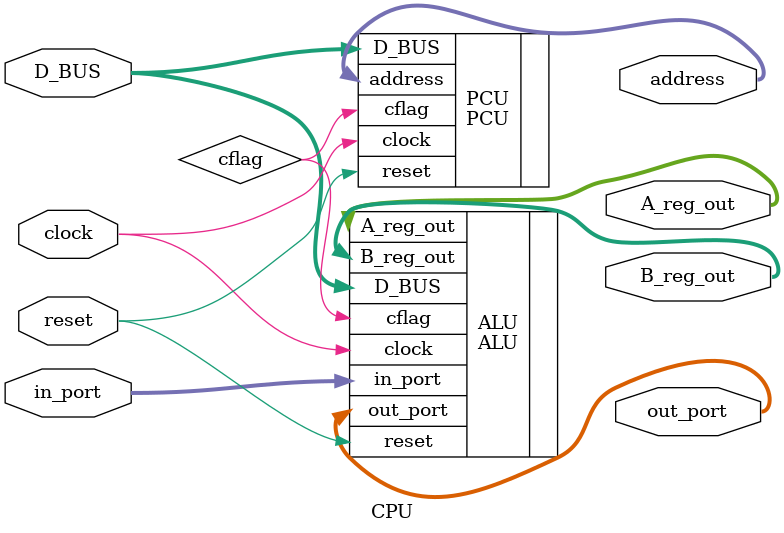
<source format=v>
module CPU(
	input  clock,
	input  reset,
	input  [7:0] D_BUS,
	input  [3:0] in_port,
	output [11:0] address,
	output [3:0] A_reg_out,
	output [3:0] B_reg_out,
	output [3:0] out_port
);

	wire cflag;

	ALU ALU(
		.clock(clock),
		.reset(reset),
		.D_BUS(D_BUS),
		.in_port(in_port),
		.cflag(cflag),
		.A_reg_out(A_reg_out),
		.B_reg_out(B_reg_out),
		.out_port(out_port)
	);

	PCU PCU(
		.reset(reset),
		.clock(clock),
		.D_BUS(D_BUS),
		.cflag(cflag),
		.address(address)
	);

endmodule

</source>
